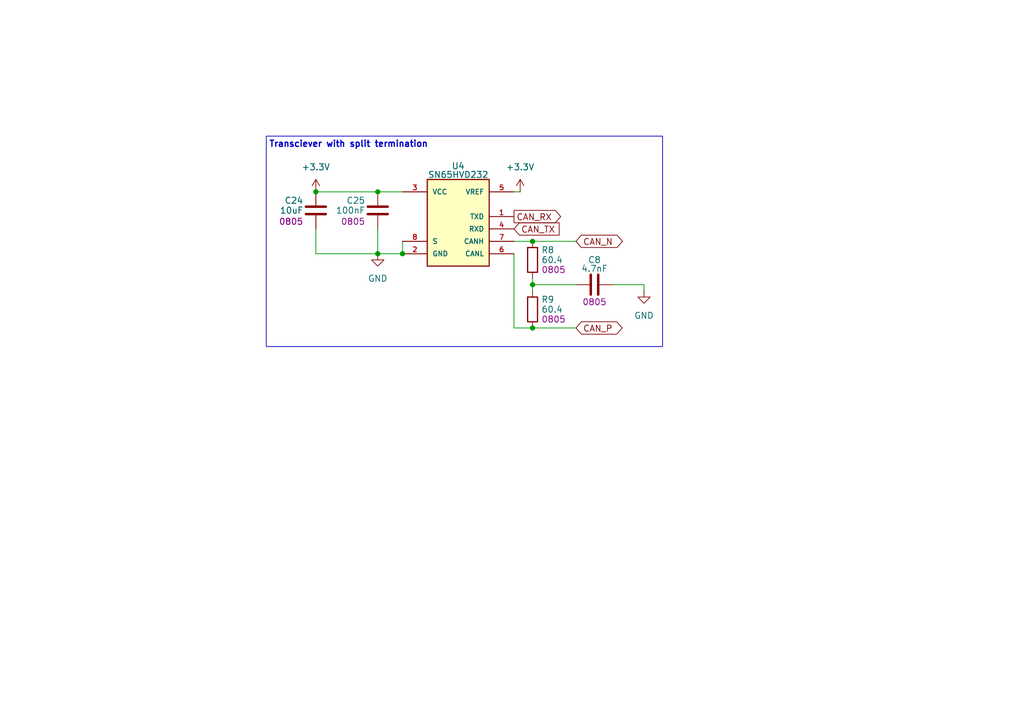
<source format=kicad_sch>
(kicad_sch (version 20231120) (generator "eeschema") (generator_version "8.0")
  (paper "A5")
  (title_block (title "${PROJECTNAME}") (date "2025-02-08") (rev "${REVISION}") (company "${GROUP_NAME}") (comment 1 "${AUTHOR}"))
  (lib_symbols
    (symbol "RoverLibrary:CAN-Transceiver-SN65HVD232" (pin_names (offset 1.016))
      (property "Reference" "U" (at 0 8.382 0))
      (property "Value" "SN65HVD232" (at 0 6.604 0))
      (property "STATUS" "APPROVED" (at 0 11.176 0))
      (symbol "CAN-Transceiver-SN65HVD232_0_0"
        (rectangle (start -6.35 6.35) (end 6.35 -11.43) (stroke (width 0.254)) (fill (type background)))
        (pin power_in line (at -11.43 -8.89 0) (length 5.08) (name "GND") (number "2"))
        (pin power_in line (at -11.43 3.81 0) (length 5.08) (name "VCC") (number "3"))
        (pin bidirectional line (at 11.43 -8.89 180) (length 5.08) (name "CANL") (number "6"))
        (pin bidirectional line (at 11.43 -6.35 180) (length 5.08) (name "CANH") (number "7"))
        (pin input line (at -11.43 -6.35 0) (length 5.08) (name "S") (number "8"))
      )
      (symbol "CAN-Transceiver-SN65HVD232_1_0"
        (pin output line (at 11.43 -1.27 180) (length 5.08) (name "TXD") (number "1"))
        (pin input line (at 11.43 -3.81 180) (length 5.08) (name "RXD") (number "4"))
        (pin power_in line (at 11.43 3.81 180) (length 5.08) (name "VREF") (number "5"))
      )
    )
    (symbol "RoverLibrary:C_0805" (pin_numbers hide) (pin_names (offset 0.254))
      (property "Reference" "C" (at 2.54 2.032 0))
      (property "Value" "~" (at 2.54 0 0))
      (property "Package" "0805" (at 2.54 -2.286 0))
      (symbol "C_0805_0_1"
        (polyline (pts (xy -2.032 -0.762) (xy 2.032 -0.762)) (stroke (width 0.508)))
        (polyline (pts (xy -2.032 0.762) (xy 2.032 0.762)) (stroke (width 0.508)))
      )
      (symbol "C_0805_1_1"
        (pin passive line (at 0 3.81 270) (length 2.794) (name "~") (number "1"))
        (pin passive line (at 0 -3.81 90) (length 2.794) (name "~") (number "2"))
      )
    )
    (symbol "RoverLibrary:R_0805" (pin_numbers hide) (pin_names (offset 0))
      (property "Reference" "R" (at 2.032 0 90))
      (property "Value" "k" (at 0 0 90))
      (property "Package" "0805" (at -2.286 0 90))
      (symbol "R_0805_0_1"
        (rectangle (start -1.016 -2.54) (end 1.016 2.54) (stroke (width 0.254)))
      )
      (symbol "R_0805_1_1"
        (pin passive line (at 0 3.81 270) (length 1.27) (name "~") (number "1"))
        (pin passive line (at 0 -3.81 90) (length 1.27) (name "~") (number "2"))
      )
    )
    (symbol "power:+3.3V" (power) (pin_numbers hide) (pin_names (offset 0) hide)
      (property "Value" "+3.3V" (at 0 3.556 0))
      (symbol "+3.3V_0_1"
        (polyline (pts (xy -0.762 1.27) (xy 0 2.54)))
        (polyline (pts (xy 0 0) (xy 0 2.54)))
        (polyline (pts (xy 0 2.54) (xy 0.762 1.27)))
      )
      (symbol "+3.3V_1_1"
        (pin power_in line (at 0 0 90) (length 0) (name "~") (number "1"))
      )
    )
    (symbol "power:GND" (power) (pin_numbers hide) (pin_names (offset 0) hide)
      (property "Value" "GND" (at 0 -3.81 0))
      (symbol "GND_0_1"
        (polyline (pts (xy 0 0) (xy 0 -1.27) (xy 1.27 -1.27) (xy 0 -2.54) (xy -1.27 -1.27) (xy 0 -1.27)))
      )
      (symbol "GND_1_1"
        (pin power_in line (at 0 0 270) (length 0) (name "~") (number "1"))
      )
    )
  )
  (junction (at 77.47 52.07))
  (junction (at 64.77 39.37))
  (junction (at 77.47 39.37))
  (junction (at 109.22 49.53))
  (junction (at 82.55 52.07))
  (junction (at 109.22 58.42))
  (junction (at 109.22 67.31))
  (wire (pts (xy 106.68 39.37) (xy 105.41 39.37)))
  (wire (pts (xy 82.55 49.53) (xy 82.55 52.07)))
  (wire (pts (xy 109.22 49.53) (xy 118.11 49.53)))
  (wire (pts (xy 77.47 52.07) (xy 82.55 52.07)))
  (wire (pts (xy 109.22 67.31) (xy 105.41 67.31)))
  (wire (pts (xy 109.22 58.42) (xy 109.22 59.69)))
  (wire (pts (xy 132.08 58.42) (xy 132.08 59.69)))
  (wire (pts (xy 125.73 58.42) (xy 132.08 58.42)))
  (wire (pts (xy 118.11 58.42) (xy 109.22 58.42)))
  (wire (pts (xy 118.11 67.31) (xy 109.22 67.31)))
  (wire (pts (xy 77.47 39.37) (xy 82.55 39.37)))
  (wire (pts (xy 77.47 46.99) (xy 77.47 52.07)))
  (wire (pts (xy 64.77 39.37) (xy 77.47 39.37)))
  (wire (pts (xy 64.77 46.99) (xy 64.77 52.07)))
  (wire (pts (xy 105.41 67.31) (xy 105.41 52.07)))
  (wire (pts (xy 109.22 58.42) (xy 109.22 57.15)))
  (wire (pts (xy 105.41 49.53) (xy 109.22 49.53)))
  (wire (pts (xy 64.77 52.07) (xy 77.47 52.07)))
  (rectangle (start 54.61 27.94) (end 135.89 71.12))
  (text "Transciever with split termination" (at 55.118 29.718 0) (effects (font (size 1.27 1.27) (thickness 0.254) (bold yes)) (justify left)))
  (global_label "CAN_TX" (shape input) (at 105.41 46.99 0) (property "Intersheetrefs" "${INTERSHEET_REFS}" (effects (hide yes))))
  (global_label "CAN_N" (shape bidirectional) (at 118.11 49.53 0) (property "Intersheetrefs" "${INTERSHEET_REFS}" (effects (hide yes))))
  (global_label "CAN_P" (shape bidirectional) (at 118.11 67.31 0) (property "Intersheetrefs" "${INTERSHEET_REFS}" (effects (hide yes))))
  (global_label "CAN_RX" (shape output) (at 105.41 44.45 0) (property "Intersheetrefs" "${INTERSHEET_REFS}" (effects (hide yes))))
  (symbol (lib_id "RoverLibrary:C_0805") (at 77.47 43.18 0) (mirror y) (unit 1)
    (property "Reference" "C25" (at 74.93 41.148 0) (effects (justify left)))
    (property "Value" "100nF" (at 74.93 43.18 0) (effects (justify left)))
    (property "Footprint" "Capacitor_SMD:C_0805_2012Metric_Pad1.18x1.45mm_HandSolder" (effects (hide yes)))
    (property "Description" "Unpolarized capacitor" (effects (hide yes)))
    (property "Package" "0805" (at 74.93 45.466 0) (effects (justify left)))
  )
  (symbol (lib_id "RoverLibrary:C_0805") (at 121.92 58.42 90) (unit 1)
    (property "Reference" "C8" (at 121.92 53.34 90))
    (property "Value" "4.7nF" (at 121.92 55.118 90))
    (property "Footprint" "Capacitor_SMD:C_0805_2012Metric_Pad1.18x1.45mm_HandSolder" (effects (hide yes)))
    (property "Description" "Unpolarized capacitor" (effects (hide yes)))
    (property "Package" "0805" (at 121.92 61.976 90))
  )
  (symbol (lib_id "RoverLibrary:R_0805") (at 109.22 53.34 180) (unit 1)
    (property "Reference" "R8" (at 110.998 51.308 0) (effects (justify right)))
    (property "Value" "60.4" (at 110.998 53.34 0) (effects (justify right)))
    (property "Footprint" "Resistor_SMD:R_0805_2012Metric_Pad1.20x1.40mm_HandSolder" (effects (hide yes)))
    (property "Description" "Resistor" (effects (hide yes)))
    (property "Package" "0805" (at 110.998 55.372 0) (effects (justify right)))
  )
  (symbol (lib_id "power:+3.3V") (at 64.77 39.37 0) (unit 1)
    (property "Reference" "#PWR027" (effects (hide yes)))
    (property "Value" "+3.3V" (at 64.77 34.29 0))
    (property "Description" "Power symbol creates a global label with name \"+3.3V\"" (effects (hide yes)))
  )
  (symbol (lib_id "power:GND") (at 77.47 52.07 0) (unit 1)
    (property "Reference" "#PWR029" (effects (hide yes)))
    (property "Value" "GND" (at 77.47 57.15 0))
    (property "Description" "Power symbol creates a global label with name \"GND\" , ground" (effects (hide yes)))
  )
  (symbol (lib_id "power:GND") (at 132.08 59.69 0) (unit 1)
    (property "Reference" "#PWR030" (effects (hide yes)))
    (property "Value" "GND" (at 132.08 64.77 0))
    (property "Description" "Power symbol creates a global label with name \"GND\" , ground" (effects (hide yes)))
  )
  (symbol (lib_id "RoverLibrary:C_0805") (at 64.77 43.18 0) (mirror y) (unit 1)
    (property "Reference" "C24" (at 62.23 41.148 0) (effects (justify left)))
    (property "Value" "10uF" (at 62.23 43.18 0) (effects (justify left)))
    (property "Footprint" "Capacitor_SMD:C_0805_2012Metric_Pad1.18x1.45mm_HandSolder" (effects (hide yes)))
    (property "Description" "Unpolarized capacitor" (effects (hide yes)))
    (property "Package" "0805" (at 62.23 45.466 0) (effects (justify left)))
  )
  (symbol (lib_id "RoverLibrary:CAN-Transceiver-SN65HVD232") (at 93.98 43.18 0) (unit 1)
    (property "Reference" "U4" (at 93.98 34.798 0) (effects (justify bottom)))
    (property "Value" "SN65HVD232" (at 93.98 36.576 0) (effects (justify bottom)))
    (property "Footprint" "Package_SO:SOIC-8_3.9x4.9mm_P1.27mm" (effects (hide yes)))
    (property "Datasheet" "https://www.ti.com/lit/ds/symlink/sn65hvd230.pdf?ts=1730319703644&ref_url=https%253A%252F%252Fwww.ti.com%252Fproduct%252FSN65HVD230" (effects (hide yes)))
    (property "Description" "CAN Transceiver" (effects (hide yes)))
    (property "PARTREV" "4" (effects (hide yes)))
    (property "STANDARD" "IPC 7351B" (effects (hide yes)))
    (property "MAXIMUM_PACKAGE_HEIGHT" "1.75 mm" (effects (hide yes)))
    (property "MANUFACTURER" "NXP USA" (effects (hide yes)))
    (property "STATUS" "APPROVED" (effects (hide yes)))
  )
  (symbol (lib_id "RoverLibrary:R_0805") (at 109.22 63.5 180) (unit 1)
    (property "Reference" "R9" (at 110.998 61.468 0) (effects (justify right)))
    (property "Value" "60.4" (at 110.998 63.5 0) (effects (justify right)))
    (property "Footprint" "Resistor_SMD:R_0805_2012Metric_Pad1.20x1.40mm_HandSolder" (effects (hide yes)))
    (property "Description" "Resistor" (effects (hide yes)))
    (property "Package" "0805" (at 110.998 65.532 0) (effects (justify right)))
  )
  (symbol (lib_id "power:+3.3V") (at 106.68 39.37 0) (unit 1)
    (property "Reference" "#PWR028" (effects (hide yes)))
    (property "Value" "+3.3V" (at 106.68 34.29 0))
    (property "Description" "Power symbol creates a global label with name \"+3.3V\"" (effects (hide yes)))
  )
)
</source>
